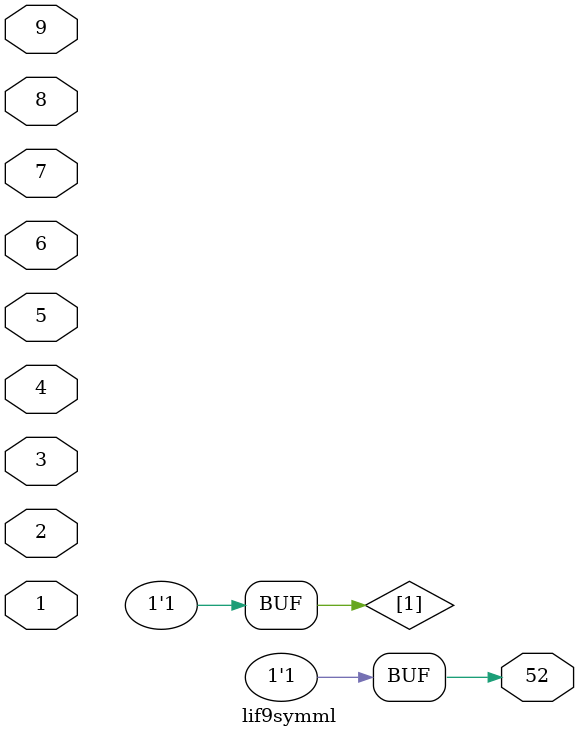
<source format=v>
/* Generated by Yosys 0.9 (git sha1 1979e0b1, gcc 8.3.0-6 -fPIC -Os) */

(* src = "/LGSynth91/Verilog/cmlexamples/9symml_orig.v:2" *)
(* top =  1  *)
module lif9symml(\1 , \2 , \3 , \4 , \5 , \6 , \7 , \8 , \9 , \52 );
  (* src = "/LGSynth91/Verilog/cmlexamples/9symml_orig.v:3" *)
  input \1 ;
  (* src = "/LGSynth91/Verilog/cmlexamples/9symml_orig.v:3" *)
  input \2 ;
  (* src = "/LGSynth91/Verilog/cmlexamples/9symml_orig.v:3" *)
  input \3 ;
  (* src = "/LGSynth91/Verilog/cmlexamples/9symml_orig.v:3" *)
  input \4 ;
  (* src = "/LGSynth91/Verilog/cmlexamples/9symml_orig.v:3" *)
  input \5 ;
  (* src = "/LGSynth91/Verilog/cmlexamples/9symml_orig.v:13" *)
  output \52 ;
  (* src = "/LGSynth91/Verilog/cmlexamples/9symml_orig.v:3" *)
  input \6 ;
  (* src = "/LGSynth91/Verilog/cmlexamples/9symml_orig.v:3" *)
  input \7 ;
  (* src = "/LGSynth91/Verilog/cmlexamples/9symml_orig.v:3" *)
  input \8 ;
  (* src = "/LGSynth91/Verilog/cmlexamples/9symml_orig.v:3" *)
  input \9 ;
  (* src = "/LGSynth91/Verilog/cmlexamples/9symml_orig.v:15" *)
  wire \[1] ;
  assign \52  = ~1'h0;
  assign \[1]  = \52 ;
endmodule

</source>
